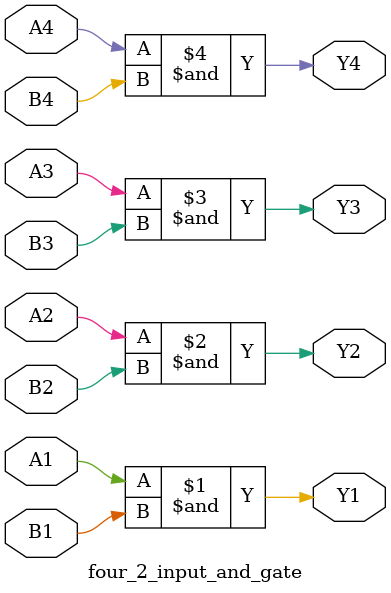
<source format=v>
`timescale 1ns / 1ps


module four_2_input_and_gate#(parameter Delay = 0)(
    input wire A1,B1,A2,B2,A3,B3,A4,B4,
    output wire Y1,Y2,Y3,Y4
    );
    
    and #Delay (Y1,A1,B1);
    and #Delay (Y2,A2,B2);
    and #Delay (Y3,A3,B3);
    and #Delay (Y4,A4,B4);
    
endmodule

</source>
